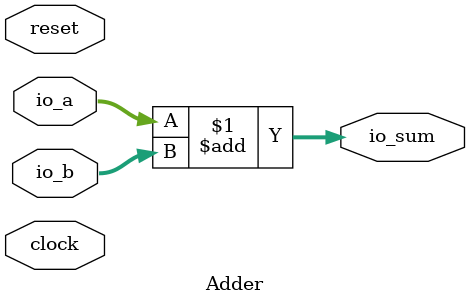
<source format=sv>
module Adder(
  input         clock,
                reset,
  input  [15:0] io_a,
                io_b,
  output [15:0] io_sum
);

  assign io_sum = io_a + io_b;
endmodule


</source>
